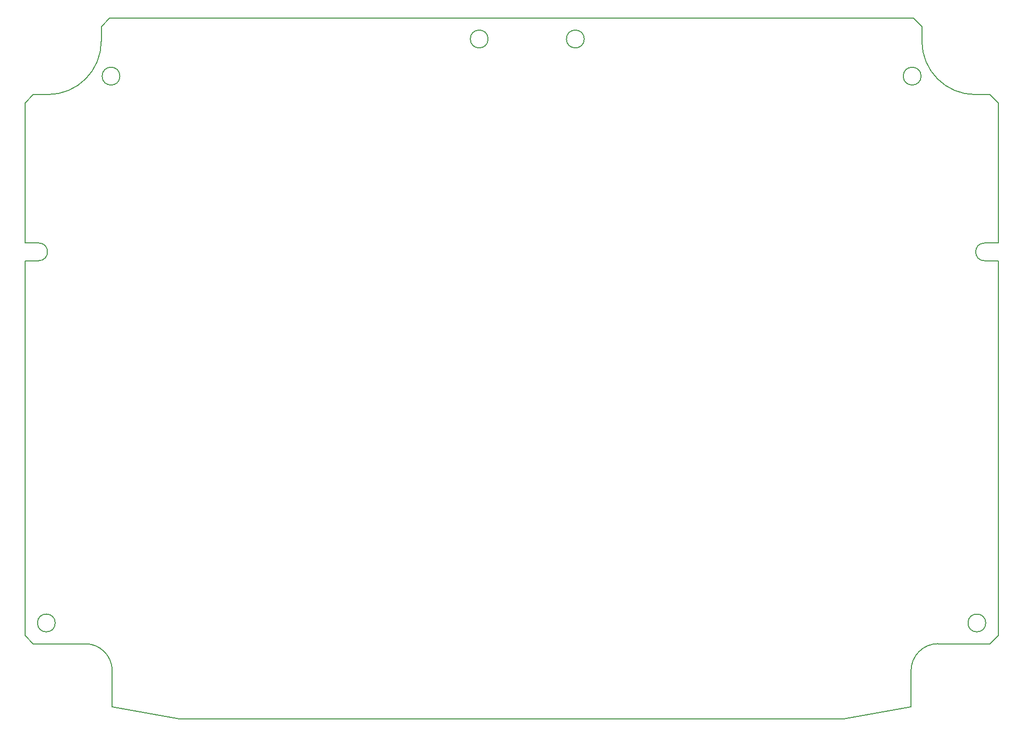
<source format=gko>
G04 #@! TF.GenerationSoftware,KiCad,Pcbnew,(5.99.0-8748-g0125986588)*
G04 #@! TF.CreationDate,2021-02-10T16:20:52+02:00*
G04 #@! TF.ProjectId,hellen121vag,68656c6c-656e-4313-9231-7661672e6b69,a*
G04 #@! TF.SameCoordinates,PX2b953a0PY6943058*
G04 #@! TF.FileFunction,Profile,NP*
%FSLAX46Y46*%
G04 Gerber Fmt 4.6, Leading zero omitted, Abs format (unit mm)*
G04 Created by KiCad (PCBNEW (5.99.0-8748-g0125986588)) date 2021-02-10 16:20:52*
%MOMM*%
%LPD*%
G01*
G04 APERTURE LIST*
G04 #@! TA.AperFunction,Profile*
%ADD10C,0.200000*%
G04 #@! TD*
G04 APERTURE END LIST*
D10*
X137954800Y-13001D02*
X149294800Y1986999D01*
X12854800Y114126999D02*
X12854800Y116572786D01*
X2295000Y80136999D02*
G75*
G02*
X2295000Y77143589I0J-1496705D01*
G01*
X160134800Y105127000D02*
G75*
G02*
X151134800Y114127000I0J9000000D01*
G01*
X14694800Y1986999D02*
X14694800Y8195000D01*
X10194800Y12636999D02*
G75*
G02*
X14699287Y8196462I-46912J-4552535D01*
G01*
X5094800Y16136999D02*
G75*
G03*
X5094800Y16136999I-1500000J0D01*
G01*
X161694800Y80137000D02*
X163994800Y80137000D01*
X149302800Y8075800D02*
G75*
G02*
X153882000Y12655000I4579200J0D01*
G01*
X-5200Y14051213D02*
X-5200Y77137000D01*
X3854800Y105126999D02*
X1409014Y105126999D01*
X149720587Y117987000D02*
X14269014Y117986999D01*
X162580587Y12636999D02*
X153882000Y12636999D01*
X161894800Y16136999D02*
G75*
G03*
X161894800Y16136999I-1500000J0D01*
G01*
X2294800Y77136999D02*
X-5200Y77136999D01*
X149310000Y1986999D02*
X149294800Y8075000D01*
X78034799Y114487000D02*
G75*
G03*
X78034799Y114487000I-1499999J0D01*
G01*
X137954800Y-13001D02*
X26034800Y-13001D01*
X163994800Y14051213D02*
X163994800Y77137000D01*
X12854800Y116572786D02*
X14269014Y117986999D01*
X163994800Y80137000D02*
X163994800Y103712786D01*
X151134800Y116572786D02*
X149720587Y117986999D01*
X2294800Y80136999D02*
X-5200Y80136999D01*
X26034800Y-13001D02*
X14694800Y1986999D01*
X163994801Y103712786D02*
X162580587Y105127000D01*
X150994800Y108232179D02*
G75*
G03*
X150994800Y108232179I-1500000J0D01*
G01*
X15994800Y108232179D02*
G75*
G03*
X15994800Y108232179I-1500000J0D01*
G01*
X160134800Y105127000D02*
X162580587Y105127000D01*
X94234800Y114487000D02*
G75*
G03*
X94234800Y114487000I-1500000J0D01*
G01*
X161694800Y77137000D02*
X163994800Y77137000D01*
X163994800Y14051213D02*
X162580587Y12637000D01*
X12854800Y114126999D02*
G75*
G02*
X3854800Y105126999I-9000000J0D01*
G01*
X-5200Y103712786D02*
X1409014Y105126999D01*
X151134800Y114127000D02*
X151134800Y116572786D01*
X161694800Y77137000D02*
G75*
G02*
X161694800Y80130410I0J1496705D01*
G01*
X-5200Y80137000D02*
X-5200Y103712786D01*
X-5200Y14051213D02*
X1409014Y12637000D01*
X1409014Y12636999D02*
X10194800Y12636999D01*
M02*

</source>
